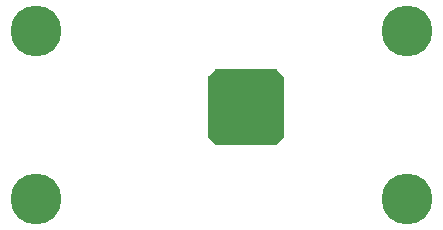
<source format=gbs>
G04*
G04 #@! TF.GenerationSoftware,Altium Limited,Altium Designer,22.3.1 (43)*
G04*
G04 Layer_Color=16711935*
%FSLAX25Y25*%
%MOIN*%
G70*
G04*
G04 #@! TF.SameCoordinates,C0C3DF6B-F1DF-4303-8154-4598C75E5984*
G04*
G04*
G04 #@! TF.FilePolarity,Negative*
G04*
G01*
G75*
%ADD23C,0.16942*%
%ADD24C,0.03347*%
G36*
X79900Y43304D02*
X79977Y43293D01*
X80052Y43274D01*
X80124Y43248D01*
X80194Y43215D01*
X80261Y43175D01*
X80323Y43129D01*
X80380Y43077D01*
X82349Y41109D01*
X82349Y41109D01*
X82401Y41051D01*
X82447Y40989D01*
X82487Y40923D01*
X82520Y40853D01*
X82546Y40780D01*
X82565Y40705D01*
X82576Y40628D01*
X82580Y40551D01*
Y20866D01*
X82576Y20789D01*
X82565Y20712D01*
X82546Y20637D01*
X82520Y20564D01*
X82487Y20494D01*
X82447Y20428D01*
X82401Y20366D01*
X82349Y20309D01*
X82349Y20309D01*
X80380Y18340D01*
X80323Y18288D01*
X80261Y18242D01*
X80194Y18202D01*
X80124Y18169D01*
X80052Y18143D01*
X79977Y18124D01*
X79900Y18113D01*
X79823Y18109D01*
X60138D01*
X60061Y18113D01*
X59984Y18124D01*
X59909Y18143D01*
X59836Y18169D01*
X59766Y18202D01*
X59700Y18242D01*
X59638Y18288D01*
X59580Y18340D01*
X57612Y20309D01*
X57560Y20366D01*
X57514Y20428D01*
X57474Y20494D01*
X57441Y20564D01*
X57415Y20637D01*
X57396Y20712D01*
X57385Y20789D01*
X57381Y20866D01*
Y40551D01*
X57385Y40628D01*
X57396Y40705D01*
X57415Y40780D01*
X57441Y40853D01*
X57474Y40923D01*
X57514Y40989D01*
X57560Y41051D01*
X57612Y41109D01*
X59580Y43077D01*
X59638Y43129D01*
X59700Y43175D01*
X59766Y43215D01*
X59836Y43248D01*
X59909Y43274D01*
X59984Y43293D01*
X60061Y43304D01*
X60138Y43308D01*
X79823D01*
X79900Y43304D01*
D02*
G37*
D23*
X123622Y56004D02*
D03*
X0D02*
D03*
X123622Y0D02*
D03*
X0D02*
D03*
D24*
X60925Y21654D02*
D03*
Y30709D02*
D03*
Y35236D02*
D03*
Y39764D02*
D03*
X65453Y21654D02*
D03*
Y26181D02*
D03*
X69980Y21654D02*
D03*
Y26181D02*
D03*
X74508Y21654D02*
D03*
Y26181D02*
D03*
X79035Y21654D02*
D03*
Y26181D02*
D03*
X60925D02*
D03*
X65453Y30709D02*
D03*
Y35236D02*
D03*
Y39764D02*
D03*
X69980Y30709D02*
D03*
Y35236D02*
D03*
Y39764D02*
D03*
X74508Y30709D02*
D03*
Y35236D02*
D03*
Y39764D02*
D03*
X79035Y30709D02*
D03*
Y35236D02*
D03*
Y39764D02*
D03*
M02*

</source>
